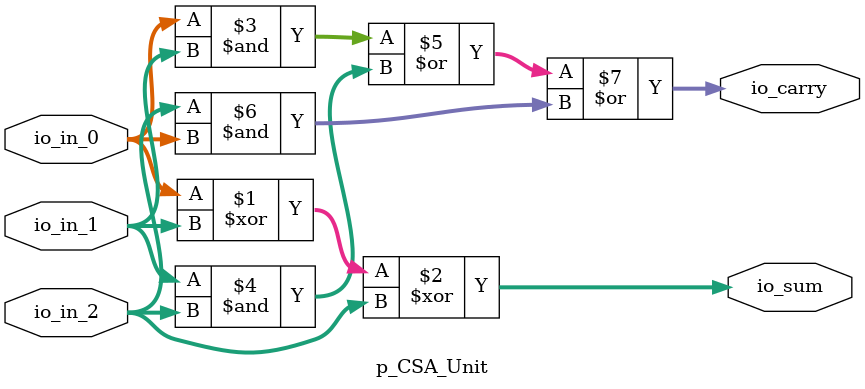
<source format=sv>
module p_CSA_Unit(
  input  [8:0] io_in_0,
               io_in_1,
               io_in_2,
  output [8:0] io_sum,
               io_carry
);

  assign io_sum = io_in_0 ^ io_in_1 ^ io_in_2;
  assign io_carry = io_in_0 & io_in_1 | io_in_1 & io_in_2 | io_in_2 & io_in_0;
endmodule


</source>
